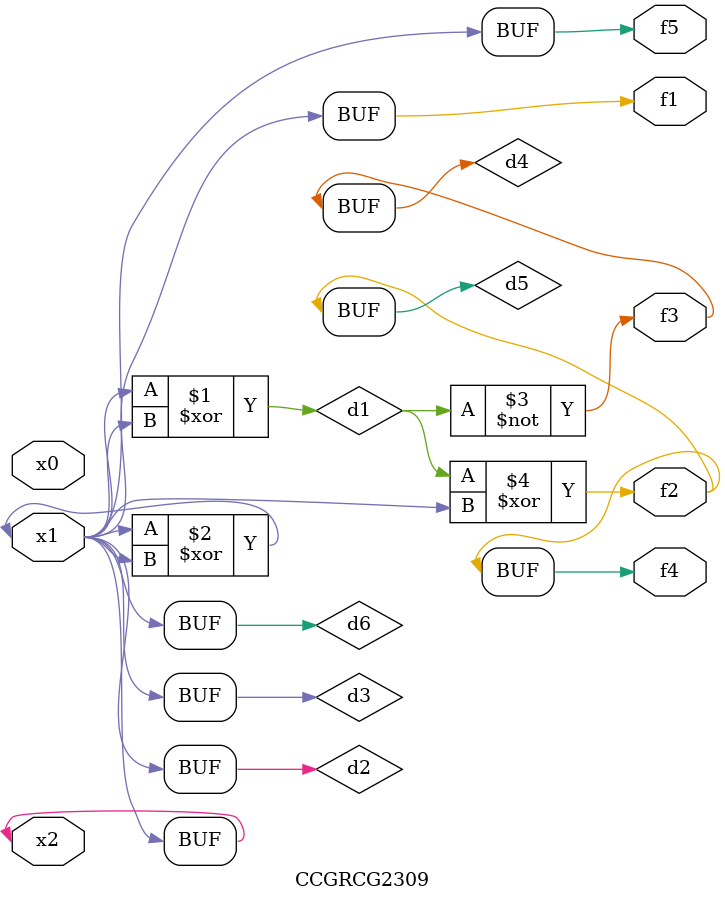
<source format=v>
module CCGRCG2309(
	input x0, x1, x2,
	output f1, f2, f3, f4, f5
);

	wire d1, d2, d3, d4, d5, d6;

	xor (d1, x1, x2);
	buf (d2, x1, x2);
	xor (d3, x1, x2);
	nor (d4, d1);
	xor (d5, d1, d2);
	buf (d6, d2, d3);
	assign f1 = d6;
	assign f2 = d5;
	assign f3 = d4;
	assign f4 = d5;
	assign f5 = d6;
endmodule

</source>
